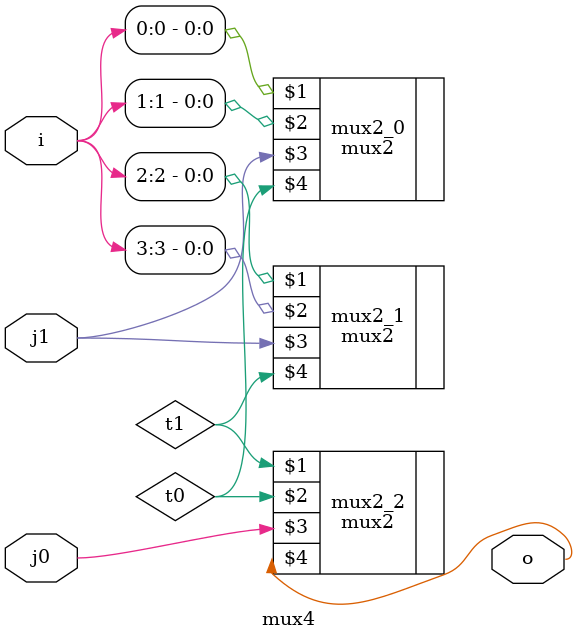
<source format=v>
module mux4 (input wire [0:3]i, input wire j1, j0, output wire o);  
wire  t0, t1;  
mux2 mux2_0 (i[0],i[1],j1,t0);  
mux2 mux2_1 (i[2],i[3],j1,t1);  
mux2 mux2_2 (t1,t0,j0,o);
endmodule


</source>
